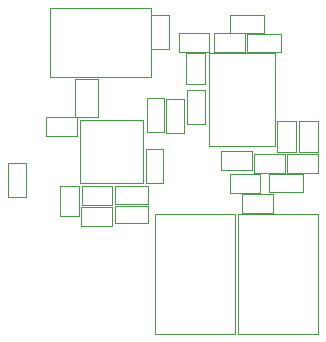
<source format=gbr>
G04 #@! TF.FileFunction,Other,User*
%FSLAX46Y46*%
G04 Gerber Fmt 4.6, Leading zero omitted, Abs format (unit mm)*
G04 Created by KiCad (PCBNEW 4.0.1-2.fc23-product) date Wed 16 Mar 2016 04:27:10 PM CET*
%MOMM*%
G01*
G04 APERTURE LIST*
%ADD10C,0.100000*%
%ADD11C,0.050000*%
G04 APERTURE END LIST*
D10*
D11*
X169500000Y-90600000D02*
X166900000Y-90600000D01*
X169500000Y-92200000D02*
X166900000Y-92200000D01*
X169500000Y-90600000D02*
X169500000Y-92200000D01*
X166900000Y-90600000D02*
X166900000Y-92200000D01*
X166700000Y-90350000D02*
X164100000Y-90350000D01*
X166700000Y-91950000D02*
X164100000Y-91950000D01*
X166700000Y-90350000D02*
X166700000Y-91950000D01*
X164100000Y-90350000D02*
X164100000Y-91950000D01*
X159650000Y-81750000D02*
X159650000Y-78850000D01*
X158150000Y-81750000D02*
X158150000Y-78850000D01*
X159650000Y-81750000D02*
X158150000Y-81750000D01*
X159650000Y-78850000D02*
X158150000Y-78850000D01*
X166250000Y-81950000D02*
X169150000Y-81950000D01*
X166250000Y-80450000D02*
X169150000Y-80450000D01*
X166250000Y-81950000D02*
X166250000Y-80450000D01*
X169150000Y-81950000D02*
X169150000Y-80450000D01*
X164800000Y-80350000D02*
X167700000Y-80350000D01*
X164800000Y-78850000D02*
X167700000Y-78850000D01*
X164800000Y-80350000D02*
X164800000Y-78850000D01*
X167700000Y-80350000D02*
X167700000Y-78850000D01*
X171050000Y-92350000D02*
X168150000Y-92350000D01*
X171050000Y-93850000D02*
X168150000Y-93850000D01*
X171050000Y-92350000D02*
X171050000Y-93850000D01*
X168150000Y-92350000D02*
X168150000Y-93850000D01*
X157700000Y-90200000D02*
X157700000Y-93100000D01*
X159200000Y-90200000D02*
X159200000Y-93100000D01*
X157700000Y-90200000D02*
X159200000Y-90200000D01*
X157700000Y-93100000D02*
X159200000Y-93100000D01*
X157782228Y-85900000D02*
X157782228Y-88800000D01*
X159282228Y-85900000D02*
X159282228Y-88800000D01*
X157782228Y-85900000D02*
X159282228Y-85900000D01*
X157782228Y-88800000D02*
X159282228Y-88800000D01*
X160932228Y-88850000D02*
X160932228Y-85950000D01*
X159432228Y-88850000D02*
X159432228Y-85950000D01*
X160932228Y-88850000D02*
X159432228Y-88850000D01*
X160932228Y-85950000D02*
X159432228Y-85950000D01*
X162682228Y-88100000D02*
X162682228Y-85200000D01*
X161182228Y-88100000D02*
X161182228Y-85200000D01*
X162682228Y-88100000D02*
X161182228Y-88100000D01*
X162682228Y-85200000D02*
X161182228Y-85200000D01*
X170650000Y-87850000D02*
X170650000Y-90450000D01*
X172250000Y-87850000D02*
X172250000Y-90450000D01*
X170650000Y-87850000D02*
X172250000Y-87850000D01*
X170650000Y-90450000D02*
X172250000Y-90450000D01*
X168450000Y-94000000D02*
X165850000Y-94000000D01*
X168450000Y-95600000D02*
X165850000Y-95600000D01*
X168450000Y-94000000D02*
X168450000Y-95600000D01*
X165850000Y-94000000D02*
X165850000Y-95600000D01*
X170450000Y-90450000D02*
X170450000Y-87850000D01*
X168850000Y-90450000D02*
X168850000Y-87850000D01*
X170450000Y-90450000D02*
X168850000Y-90450000D01*
X170450000Y-87850000D02*
X168850000Y-87850000D01*
X152250000Y-96700000D02*
X154850000Y-96700000D01*
X152250000Y-95100000D02*
X154850000Y-95100000D01*
X152250000Y-96700000D02*
X152250000Y-95100000D01*
X154850000Y-96700000D02*
X154850000Y-95100000D01*
X152290000Y-94950000D02*
X154890000Y-94950000D01*
X152290000Y-93350000D02*
X154890000Y-93350000D01*
X152290000Y-94950000D02*
X152290000Y-93350000D01*
X154890000Y-94950000D02*
X154890000Y-93350000D01*
X172300000Y-90600000D02*
X169700000Y-90600000D01*
X172300000Y-92200000D02*
X169700000Y-92200000D01*
X172300000Y-90600000D02*
X172300000Y-92200000D01*
X169700000Y-90600000D02*
X169700000Y-92200000D01*
X166100000Y-80400000D02*
X163500000Y-80400000D01*
X166100000Y-82000000D02*
X163500000Y-82000000D01*
X166100000Y-80400000D02*
X166100000Y-82000000D01*
X163500000Y-80400000D02*
X163500000Y-82000000D01*
X151700000Y-84250000D02*
X151700000Y-87450000D01*
X153700000Y-84250000D02*
X153700000Y-87450000D01*
X151700000Y-84250000D02*
X153700000Y-84250000D01*
X151700000Y-87450000D02*
X153700000Y-87450000D01*
X151850000Y-87500000D02*
X149250000Y-87500000D01*
X151850000Y-89100000D02*
X149250000Y-89100000D01*
X151850000Y-87500000D02*
X151850000Y-89100000D01*
X149250000Y-87500000D02*
X149250000Y-89100000D01*
X163082228Y-80400000D02*
X160482228Y-80400000D01*
X163082228Y-82000000D02*
X160482228Y-82000000D01*
X163082228Y-80400000D02*
X163082228Y-82000000D01*
X160482228Y-80400000D02*
X160482228Y-82000000D01*
X162732228Y-84700000D02*
X162732228Y-82100000D01*
X161132228Y-84700000D02*
X161132228Y-82100000D01*
X162732228Y-84700000D02*
X161132228Y-84700000D01*
X162732228Y-82100000D02*
X161132228Y-82100000D01*
X165300000Y-105825000D02*
X158500000Y-105825000D01*
X158500000Y-95725000D02*
X165300000Y-95725000D01*
X165300000Y-95725000D02*
X165300000Y-105825000D01*
X158500000Y-95725000D02*
X158500000Y-105825000D01*
X163067228Y-82040000D02*
X168667228Y-82040000D01*
X163067228Y-89940000D02*
X168667228Y-89940000D01*
X163067228Y-82040000D02*
X163067228Y-89940000D01*
X168667228Y-82040000D02*
X168667228Y-89940000D01*
X152150000Y-87750000D02*
X157450000Y-87750000D01*
X152150000Y-93050000D02*
X157450000Y-93050000D01*
X152150000Y-87750000D02*
X152150000Y-93050000D01*
X157450000Y-87750000D02*
X157450000Y-93050000D01*
X165500000Y-95725000D02*
X172300000Y-95725000D01*
X172300000Y-105825000D02*
X165500000Y-105825000D01*
X165500000Y-105825000D02*
X165500000Y-95725000D01*
X172300000Y-105825000D02*
X172300000Y-95725000D01*
X155100700Y-93350000D02*
X155100700Y-94850000D01*
X155100700Y-94850000D02*
X157900700Y-94850000D01*
X157900700Y-94850000D02*
X157900700Y-93350000D01*
X157900700Y-93350000D02*
X155100700Y-93350000D01*
X155100700Y-95000000D02*
X155100700Y-96500000D01*
X155100700Y-96500000D02*
X157900700Y-96500000D01*
X157900700Y-96500000D02*
X157900700Y-95000000D01*
X157900700Y-95000000D02*
X155100700Y-95000000D01*
X152050000Y-95900000D02*
X152050000Y-93300000D01*
X150450000Y-95900000D02*
X150450000Y-93300000D01*
X152050000Y-95900000D02*
X150450000Y-95900000D01*
X152050000Y-93300000D02*
X150450000Y-93300000D01*
X167400000Y-92300000D02*
X164800000Y-92300000D01*
X167400000Y-93900000D02*
X164800000Y-93900000D01*
X167400000Y-92300000D02*
X167400000Y-93900000D01*
X164800000Y-92300000D02*
X164800000Y-93900000D01*
X147550000Y-94250000D02*
X147550000Y-91350000D01*
X146050000Y-94250000D02*
X146050000Y-91350000D01*
X147550000Y-94250000D02*
X146050000Y-94250000D01*
X147550000Y-91350000D02*
X146050000Y-91350000D01*
X149625000Y-84145000D02*
X158125000Y-84145000D01*
X158125000Y-78245000D02*
X149625000Y-78245000D01*
X158125000Y-78245000D02*
X158125000Y-84145000D01*
X149625000Y-78245000D02*
X149625000Y-84145000D01*
M02*

</source>
